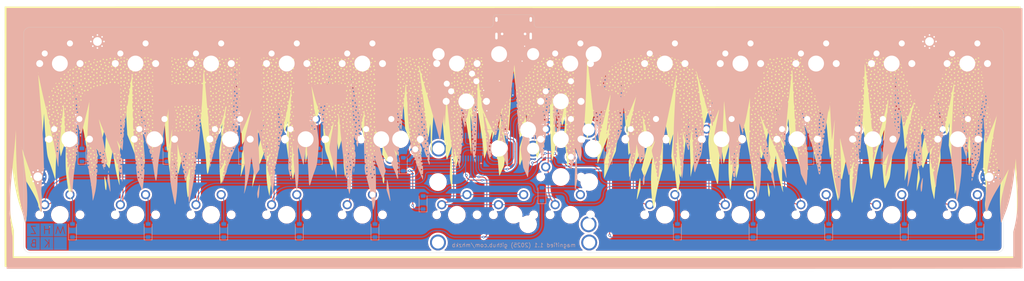
<source format=kicad_pcb>
(kicad_pcb (version 20241229) (generator "pcbnew") (generator_version "9.0")
  (layers (0 "F.Cu" signal) (2 "B.Cu" signal) (13 "F.Paste" user) (15 "B.Paste" user) (5 "F.SilkS" user "F.Silkscreen") (7 "B.SilkS" user "B.Silkscreen") (1 "F.Mask" user) (3 "B.Mask" user) (25 "Edge.Cuts" user))
  (net 0 "")
  (net 1 "ROW0")
  (net 2 "Net-(D0-A)")
  (net 3 "Net-(D1-A)")
  (net 4 "Net-(D2-A)")
  (net 5 "Net-(D3-A)")
  (net 6 "Net-(D4-A)")
  (net 7 "Net-(D5-A)")
  (net 8 "Net-(D6-A)")
  (net 9 "Net-(D7-A)")
  (net 10 "Net-(D8-A)")
  (net 11 "Net-(D9-A)")
  (net 12 "Net-(D10-A)")
  (net 13 "Net-(D11-A)")
  (net 14 "Net-(D12-A)")
  (net 15 "ROW3")
  (net 16 "Net-(D13-A)")
  (net 17 "Net-(D14-A)")
  (net 18 "Net-(D15-A)")
  (net 19 "Net-(D16-A)")
  (net 20 "Net-(D17-A)")
  (net 21 "Net-(D18-A)")
  (net 22 "Net-(D19-A)")
  (net 23 "Net-(D20-A)")
  (net 24 "Net-(D21-A)")
  (net 25 "Net-(D22-A)")
  (net 26 "Net-(D23-A)")
  (net 27 "ROW1")
  (net 28 "Net-(D24-A)")
  (net 29 "Net-(D25-A)")
  (net 30 "Net-(D26-A)")
  (net 31 "Net-(D27-A)")
  (net 32 "Net-(D28-A)")
  (net 33 "Net-(D29-A)")
  (net 34 "Net-(D30-A)")
  (net 35 "Net-(D31-A)")
  (net 36 "Net-(D32-A)")
  (net 37 "Net-(D33-A)")
  (net 38 "Net-(D34-A)")
  (net 39 "ROW4")
  (net 40 "ROW2")
  (net 41 "ROW5")
  (net 42 "COL0")
  (net 43 "COL1")
  (net 44 "COL2")
  (net 45 "COL3")
  (net 46 "COL4")
  (net 47 "COL5")
  (net 48 "GND")
  (net 49 "VCC")
  (net 50 "+3.3V")
  (net 51 "Net-(D35-A)")
  (net 52 "VBUS")
  (net 53 "PORT+")
  (net 54 "CC2")
  (net 55 "CC1")
  (net 57 "PORT-")
  (net 59 "UDP")
  (net 60 "BOOT")
  (net 61 "RST")
  (net 62 "UDM")
  (net 63 "c0")
  (net 64 "c1")
  (footprint "marbastlib-mx:SW_MX_1.5u" (layer "F.Cu") (at 116.5225 51.91125 180)
    (property "Reference" "MX16_1.5" (hide yes))
    (property "Value" "MX_SW_solder")
  )
  (footprint "marbastlib-mx:SW_MX_1u" (layer "F.Cu") (at 68.8975 32.86125)
    (property "Reference" "MX2" (hide yes))
    (property "Value" "MX_SW_solder")
  )
  (footprint "marbastlib-mx:STAB_MX_P_ISO" (layer "F.Cu") (at 157.00375 42.38625)
    (property "Reference" "S3" (hide yes))
    (property "Value" "MX_stab")
  )
  (footprint "marbastlib-mx:SW_MX_1u" (layer "F.Cu") (at 87.9475 70.96125)
    (property "Reference" "MX26" (hide yes))
    (property "Value" "MX_SW_solder")
  )
  (footprint "marbastlib-mx:SW_MX_1u" (layer "F.Cu") (at 183.1975 32.86125)
    (property "Reference" "MX7" (hide yes))
    (property "Value" "MX_SW_solder")
  )
  (footprint "MountingHole:MountingHole_2.2mm_M2_Pad_Via" (layer "F.Cu") (at 40.26 27.305)
    (property "Reference" "H0")
    (property "Value" "MountingHole_Pad")
  )
  (footprint "marbastlib-mx:SW_MX_1u" (layer "F.Cu") (at 221.2975 32.86125)
    (property "Reference" "MX9" (hide yes))
    (property "Value" "MX_SW_solder")
  )
  (footprint "marbastlib-mx:SW_MX_1u" (layer "F.Cu") (at 240.3475 32.86125)
    (property "Reference" "MX10" (hide yes))
    (property "Value" "MX_SW_solder")
  )
  (footprint "MountingHole:MountingHole_2.2mm_M2_Pad_Via" (layer "F.Cu") (at 249.8725 27.305)
    (property "Reference" "H1")
    (property "Value" "MountingHole_Pad")
  )
  (footprint "marbastlib-mx:SW_MX_1u" (layer "F.Cu") (at 216.535 51.91125)
    (property "Reference" "MX20" (hide yes))
    (property "Value" "MX_SW_solder")
  )
  (footprint "marbastlib-mx:SW_MX_1u" (layer "F.Cu") (at 87.9475 32.86125)
    (property "Reference" "MX3" (hide yes))
    (property "Value" "MX_SW_solder")
  )
  (footprint "marbastlib-mx:SW_MX_1u" (layer "F.Cu") (at 202.2475 32.86125)
    (property "Reference" "MX8" (hide yes))
    (property "Value" "MX_SW_solder")
  )
  (footprint "MountingHole:MountingHole_2.2mm_M2_Pad_Via" (layer "F.Cu") (at 264.89125 61.43625)
    (property "Reference" "H3")
    (property "Value" "MountingHole_Pad")
  )
  (footprint "marbastlib-mx:SW_MX_1u" (layer "F.Cu") (at 259.3975 32.86125)
    (property "Reference" "MX11" (hide yes))
    (property "Value" "MX_SW_solder")
  )
  (footprint "marbastlib-mx:SW_MX_1u" (layer "F.Cu") (at 68.8975 70.96125)
    (property "Reference" "MX25" (hide yes))
    (property "Value" "MX_SW_solder")
  )
  (footprint "marbastlib-mx:SW_MX_1u" (layer "F.Cu") (at 92.71 51.91125)
    (property "Reference" "MX15" (hide yes))
    (property "Value" "MX_SW_solder")
  )
  (footprint "marbastlib-mx:SW_MX_1.5u" (layer "F.Cu") (at 159.385 32.86125)
    (property "Reference" "MX6_1.5" (hide yes))
    (property "Value" "MX_SW_solder")
  )
  (footprint "marbastlib-mx:SW_MX_1u" (layer "F.Cu") (at 30.7975 32.86125)
    (property "Reference" "MX0" (hide yes))
    (property "Value" "MX_SW_solder")
  )
  (footprint "marbastlib-mx:SW_MX_1u" (layer "F.Cu") (at 235.585 51.91125)
    (property "Reference" "MX21" (hide yes))
    (property "Value" "MX_SW_solder")
  )
  (footprint "marbastlib-mx:SW_MX_1u" (layer "F.Cu") (at 259.3975 70.96125)
    (property "Reference" "MX34" (hide yes))
    (property "Value" "MX_SW_solder")
  )
  (footprint "marbastlib-mx:SW_MX_1.25u" (layer "F.Cu") (at 33.17875 51.91125)
    (property "Reference" "MX12_1.25" (hide yes))
    (property "Value" "MX_SW_solder")
  )
  (footprint "marbastlib-mx:SW_MX_1u" (layer "F.Cu") (at 221.2975 70.96125)
    (property "Reference" "MX32" (hide yes))
    (property "Value" "MX_SW_solder")
  )
  (footprint "marbastlib-mx:SW_MX_1u" (layer "F.Cu") (at 54.61 51.91125)
    (property "Reference" "MX13" (hide yes))
    (property "Value" "MX_SW_solder")
  )
  (footprint "marbastlib-mx:SW_MX_1u" (layer "F.Cu") (at 49.8475 32.86125)
    (property "Reference" "MX1" (hide yes))
    (property "Value" "MX_SW_solder")
  )
  (footprint "marbastlib-mx:SW_MX_1u" (layer "F.Cu") (at 106.9975 32.86125)
    (property "Reference" "MX4" (hide yes))
    (property "Value" "MX_SW_solder")
  )
  (footprint "marbastlib-mx:STAB_MX_P_ISO" (layer "F.Cu") (at 157.00375 61.43625 180)
    (property "Reference" "S1" (hide yes))
    (property "Value" "MX_stab")
  )
  (footprint "marbastlib-mx:SW_MX_1u" (layer "F.Cu") (at 157.00375 61.43625)
    (property "Reference" "MX17_ISO_1" (hide yes))
    (property "Value" "MX_SW_solder")
  )
  (footprint "marbastlib-mx:SW_MX_1.25u" (layer "F.Cu") (at 257.01625 51.91125)
    (property "Reference" "MX22_1.25" (hide yes))
    (property "Value" "MX_SW_solder")
  )
  (footprint "MountingHole:MountingHole_2.2mm_M2_Pad_Via" (layer "F.Cu") (at 25.24125 61.37375)
    (property "Reference" "H2")
    (property "Value" "MountingHole_Pad")
  )
  (footprint "marbastlib-mx:SW_MX_1.5u" (layer "F.Cu") (at 130.81 70.96125)
    (property "Reference" "MX28_1.5" (hide yes))
    (property "Value" "MX_SW_solder")
  )
  (footprint "marbastlib-mx:SW_MX_1u" (layer "F.Cu") (at 49.8475 70.96125)
    (property "Reference" "MX24" (hide yes))
    (property "Value" "MX_SW_solder")
  )
  (footprint "marbastlib-mx:SW_MX_1.5u" (layer "F.Cu") (at 159.385 70.96125)
    (property "Reference" "MX29_1.5" (hide yes))
    (property "Value" "MX_SW_solder")
  )
  (footprint "marbastlib-mx:STAB_MX_P_3u" (layer "F.Cu") (at 145.0975 70.96125 180)
    (property "Reference" "S2" (hide yes))
    (property "Value" "MX_stab")
  )
  (footprint "marbastlib-mx:SW_MX_1u" (layer "F.Cu") (at 157.00375 42.38625)
    (property "Reference" "MX6_R_ISO_0" (hide yes))
    (property "Value" "MX_SW_solder")
  )
  (footprint "marbastlib-mx:SW_MX_1u" (layer "F.Cu") (at 145.0975 70.96125)
    (property "Reference" "MX28_3" (hide yes))
    (property "Value" "MX_SW_solder")
  )
  (footprint "marbastlib-mx:SW_MX_1u" (layer "F.Cu") (at 133.19125 42.38625)
    (property "Reference" "MX5_ISO_0" (hide yes))
    (property "Value" "MX_SW_solder")
  )
  (footprint "marbastlib-mx:SW_MX_1u" (layer "F.Cu") (at 106.9975 70.96125)
    (property "Reference" "MX27" (hide yes))
    (property "Value" "MX_SW_solder")
  )
  (footprint "marbastlib-mx:STAB_MX_P_ISO" (layer "F.Cu") (at 133.19125 42.38625)
    (property "Reference" "S0" (hide yes))
    (property "Value" "MX_stab")
  )
  (footprint "marbastlib-mx:SW_MX_1u" (layer "F.Cu") (at 183.1975 70.96125)
    (property "Reference" "MX30" (hide yes))
    (property "Value" "MX_SW_solder")
  )
  (footprint "marbastlib-mx:SW_MX_1u" (layer "F.Cu") (at 202.2475 70.96125)
    (property "Reference" "MX31" (hide yes))
    (property "Value" "MX_SW_solder")
  )
  (footprint "marbastlib-mx:SW_MX_1u" (layer "F.Cu") (at 73.66 51.91125)
    (property "Reference" "MX14" (hide yes))
    (property "Value" "MX_SW_solder")
  )
  (footprint "marbastlib-mx:SW_MX_1u" (layer "F.Cu") (at 240.3475 70.96125)
    (property "Reference" "MX33" (hide yes))
    (property "Value" "MX_SW_solder")
  )
  (footprint "marbastlib-mx:SW_MX_1u" (layer "F.Cu") (at 111.76 51.91125)
    (property "Reference" "MX16" (hide yes))
    (property "Value" "MX_SW_solder")
  )
  (footprint "marbastlib-mx:SW_MX_1u" (layer "F.Cu") (at 30.7975 70.96125)
    (property "Reference" "MX23" (hide yes))
    (property "Value" "MX_SW_solder")
  )
  (footprint "marbastlib-mx:SW_MX_1u" (layer "F.Cu") (at 178.435 51.91125)
    (property "Reference" "MX18" (hide yes))
    (property "Value" "MX_SW_solder")
  )
  (footprint "marbastlib-mx:SW_MX_1.25u" (layer "F.Cu") (at 157.00375 51.91125)
    (property "Reference" "MX17_1.25" (hide yes))
    (property "Value" "MX_SW_solder")
  )
  (footprint "marbastlib-mx:SW_MX_1u" (layer "F.Cu") (at 197.485 51.91125)
    (property "Reference" "MX19" (hide yes))
    (property "Value" "MX_SW_solder")
  )
  (footprint "marbastlib-mx:SW_MX_1.5u" (layer "F.Cu") (at 130.81 32.86125 180)
    (property "Reference" "MX5_1.5" (hide yes))
    (property "Value" "MX_SW_solder")
  )
  (footprint "LOGO" (layer "F.Cu") (at 144.700625 50.720625)
    (property "Reference" "G***" (hide yes))
    (property "Value" "LOGO" (hide yes))
  )
  (footprint "Diode_SMD:D_SOD-123" (layer "B.Cu") (at 262.5725 74.93 90)
    (property "Reference" "D34")
    (property "Value" "D_Small")
  )
  (footprint "Diode_SMD:D_SOD-123" (layer "B.Cu") (at 186.3725 74.93 90)
    (property "Reference" "D30")
    (property "Value" "D_Small")
  )
  (footprint "Diode_SMD:D_SOD-123" (layer "B.Cu") (at 72.0725 36.83 90)
    (property "Reference" "D2")
    (property "Value" "D_Small")
  )
  (footprint "Diode_SMD:D_SOD-123" (layer "B.Cu") (at 53.0225 74.93 90)
    (property "Reference" "D24")
    (property "Value" "D_Small")
  )
  (footprint "LOGO" (layer "B.Cu") (at 145.494375 51.1175 180)
    (property "Reference" "G***" (hide yes))
    (property "Value" "LOGO" (hide yes))
  )
  (footprint "Diode_SMD:D_SOD-123" (layer "B.Cu") (at 238.76 55.88 90)
    (property "Reference" "D21")
    (property "Value" "D_Small")
  )
  (footprint "Diode_SMD:D_SOD-123" (layer "B.Cu") (at 33.9725 74.93 90)
    (property "Reference" "D23")
    (property "Value" "D_Small")
  )
  (footprint "graphics:mhz-logo-tiny-cu" (layer "B.Cu") (at 28.1975 75.782774 180)
    (property "Reference" "G***" (hide yes))
    (property "Value" "LOGO" (hide yes))
  )
  (footprint "Diode_SMD:D_SOD-123" (layer "B.Cu") (at 33.9725 36.83 90)
    (property "Reference" "D0")
    (property "Value" "D_Small")
  )
  (footprint "Diode_SMD:D_SOD-123" (layer "B.Cu") (at 91.1225 74.93 90)
    (property "Reference" "D26")
    (property "Value" "D_Small")
  )
  (footprint "Diode_SMD:D_SOD-123" (layer "B.Cu") (at 124.46 36.83 90)
    (property "Reference" "D5")
    (property "Value" "D_Small")
  )
  (footprint "Diode_SMD:D_SOD-123" (layer "B.Cu") (at 205.4225 36.83 90)
    (property "Reference" "D8")
    (property "Value" "D_Small")
  )
  (footprint "Resistor_SMD:R_0603_1608Metric" (layer "B.Cu") (at 146.685 30.25 -90)
    (property "Reference" "R2")
    (property "Value" "5.1k")
  )
  (footprint "Diode_SMD:D_SOD-123" (layer "B.Cu") (at 110.1725 36.83 90)
    (property "Reference" "D4")
    (property "Value" "D_Small")
  )
  (footprint "Button_Switch_SMD:SW_Push_SPST_NO_Alps_SKRK" (layer "B.Cu") (at 139.938125 47.9425 180)
    (property "Reference" "SW0")
    (property "Value" "BOOT")
  )
  (footprint "Diode_SMD:D_SOD-123" (layer "B.Cu") (at 224.4725 74.93 90)
    (property "Reference" "D32")
    (property "Value" "D_Small")
  )
  (footprint "Diode_SMD:D_SOD-123" (layer "B.Cu") (at 219.71 55.88 90)
    (property "Reference" "D20")
    (property "Value" "D_Small")
  )
  (footprint "Diode_SMD:D_SOD-123" (layer "B.Cu") (at 91.1225 36.83 90)
    (property "Reference" "D3")
    (property "Value" "D_Small")
  )
  (footprint "Capacitor_SMD:C_0603_1608Metric" (layer "B.Cu") (at 139.54125 37.703125)
    (property "Reference" "C0")
    (property "Value" "100nF")
  )
  (footprint "Diode_SMD:D_SOD-123" (layer "B.Cu") (at 76.835 55.88 90)
    (property "Reference" "D14")
    (property "Value" "D_Small")
  )
  (footprint "Diode_SMD:D_SOD-123" (layer "B.Cu") (at 262.5725 36.8925 90)
    (property "Reference" "D11")
    (property "Value" "D_Small")
  )
  (footprint "Diode_SMD:D_SOD-123" (layer "B.Cu") (at 117.31625 58.26125 90)
    (property "Reference" "D16")
    (property "Value" "D_Small")
  )
  (footprint "Diode_SMD:D_SOD-123" (layer "B.Cu") (at 152.24125 65.801875 90)
    (property "Reference" "D29")
    (property "Value" "D_Small")
  )
  (footprint "Diode_SMD:D_SOD-123" (layer "B.Cu") (at 168.91 55.8175 90)
    (property "Reference" "D17")
    (property "Value" "D_Small")
  )
  (footprint "Diode_SMD:D_SOD-123" (layer "B.Cu") (at 224.4725 36.83 90)
    (property "Reference" "D9")
    (property "Value" "D_Small")
  )
  (footprint "Capacitor_SMD:C_0603_1608Metric" (layer "B.Cu") (at 139.54125 39.290625 180)
    (property "Reference" "C1")
    (property "Value" "100nF")
  )
  (footprint "Diode_SMD:D_SOD-123" (layer "B.Cu") (at 260.19125 55.88 90)
    (property "Reference" "D22")
    (property "Value" "D_Small")
  )
  (footprint "Diode_SMD:D_SOD-123" (layer "B.Cu") (at 200.66 55.88 90)
    (property "Reference" "D19")
    (property "Value" "D_Small")
  )
  (footprint "Diode_SMD:D_SOD-123" (layer "B.Cu") (at 57.785 55.88 90)
    (property "Reference" "D13")
    (property "Value" "D_Small")
  )
  (footprint "Diode_SMD:D_SOD-123" (layer "B.Cu") (at 36.35375 55.88 90)
    (property "Reference" "D12")
    (property "Value" "D_Small")
  )
  (footprint "Diode_SMD:D_SOD-123" (layer "B.Cu") (at 186.3725 36.83 90)
    (property "Reference" "D7")
    (property "Value" "D_Small")
  )
  (footprint "Resistor_SMD:R_0603_1608Metric" (layer "B.Cu") (at 141.525625 44.7675)
    (property "Reference" "R0")
    (property "Value" "10k")
  )
  (footprint "Diode_SMD:D_SOD-123" (layer "B.Cu") (at 205.4225 74.93 90)
    (property "Reference" "D31")
    (property "Value" "D_Small")
  )
  (footprint "Diode_SMD:D_SOD-123" (layer "B.Cu") (at 243.5225 36.8925 90)
    (property "Reference" "D10")
    (property "Value" "D_Small")
  )
  (footprint "Diode_SMD:D_SOD-123" (layer "B.Cu") (at 110.1725 74.93 90)
    (property "Reference" "D27")
    (property "Value" "D_Small")
  )
  (footprint "Package_TO_SOT_SMD:SOT-23-6" (layer "B.Cu") (at 144.941251 37.17375 90)
    (property "Reference" "U0")
    (property "Value" "USBLC6-2SC6")
  )
  (footprint "Diode_SMD:D_SOD-123" (layer "B.Cu") (at 122.2975 67.86125 90)
    (property "Reference" "D28")
    (property "Value" "D_Small")
  )
  (footprint "Package_SO:TSSOP-20_4.4x6.5mm_P0.65mm" (layer "B.Cu") (at 133.985 53.895625 90)
    (property "Reference" "U1")
    (property "Value" "~")
  )
  (footprint "Connector_USB:USB_C_Receptacle_HRO_TYPE-C-31-M-12" (layer "B.Cu") (at 145.0975 22.79875)
    (property "Reference" "J0")
    (property "Value" "USB_C_Receptacle_USB2.0")
  )
  (footprint "Resistor_SMD:R_0603_1608Metric" (layer "B.Cu") (at 144.5 30.25 -90)
    (property "Reference" "R1")
    (property "Value" "5.1k")
  )
  (footprint "Diode_SMD:D_SOD-123" (layer "B.Cu") (at 243.5225 74.93 90)
    (property "Reference" "D33")
    (property "Value" "D_Small")
  )
  (footprint "Diode_SMD:D_SOD-123" (layer "B.Cu") (at 95.885 55.88 90)
    (property "Reference" "D15")
    (property "Value" "D_Small")
  )
  (footprint "Fuse:Fuse_0603_1608Metric" (layer "B.Cu") (at 139.54125 33.734375)
    (property "Reference" "F0")
    (property "Value" "500mA")
  )
  (footprint "Diode_SMD:D_SOD-323_HandSoldering" (layer "B.Cu") (at 139.640625 35.639375 180)
    (property "Reference" "D35")
    (property "Value" "PMEG2010EA")
  )
  (footprint "Diode_SMD:D_SOD-123" (layer "B.Cu") (at 53.0225 36.83 90)
    (property "Reference" "D1")
    (property "Value" "D_Small")
  )
  (footprint "Diode_SMD:D_SOD-123" (layer "B.Cu") (at 168.11625 36.83 90)
    (property "Reference" "D6")
    (property "Value" "D_Small")
  )
  (footprint "Diode_SMD:D_SOD-123" (layer "B.Cu") (at 72.0725 74.93 90)
    (property "Reference" "D25")
    (property "Value" "D_Small")
  )
  (footprint "Diode_SMD:D_SOD-123" (layer "B.Cu") (at 181.61 55.88 90)
    (property "Reference" "D18")
    (property "Value" "D_Small")
  )
  (gr_line (start 268.52566 25.320625) (end 268.525625 78.89875) (stroke (width 0.05)) (layer "Edge.Cuts"))
  (gr_arc (start 266.93816 23.733125) (mid 268.06066 24.198111) (end 268.52566 25.320625) (stroke (width 0.05)) (layer "Edge.Cuts"))
  (gr_line (start 150.256875 22.939375) (end 150.256875 21.351875) (stroke (width 0.05)) (layer "Edge.Cuts"))
  (gr_line (start 21.669375 78.89875) (end 21.669375 25.320625) (stroke (width 0.05)) (layer "Edge.Cuts"))
  (gr_arc (start 21.669375 25.320625) (mid 22.134343 24.198093) (end 23.256875 23.733125) (stroke (width 0.05)) (layer "Edge.Cuts"))
  (gr_line (start 139.938125 21.351875) (end 139.938125 22.939375) (stroke (width 0.05)) (layer "Edge.Cuts"))
  (gr_arc (start 151.050625 23.733125) (mid 150.489359 23.500641) (end 150.256875 22.939375) (stroke (width 0.05)) (layer "Edge.Cuts"))
  (gr_arc (start 139.938125 22.939375) (mid 139.705641 23.500641) (end 139.144375 23.733125) (stroke (width 0.05)) (layer "Edge.Cuts"))
  (gr_line (start 151.050625 23.733125) (end 266.93816 23.733125) (stroke (width 0.05)) (layer "Edge.Cuts"))
  (gr_line (start 266.938125 80.48625) (end 23.256875 80.48625) (stroke (width 0.05)) (layer "Edge.Cuts"))
  (gr_arc (start 23.256875 80.48625) (mid 22.134343 80.021282) (end 21.669375 78.89875) (stroke (width 0.05)) (layer "Edge.Cuts"))
  (gr_line (start 149.463125 20.558125) (end 140.731875 20.558125) (stroke (width 0.05)) (layer "Edge.Cuts"))
  (gr_line (start 139.144375 23.733125) (end 23.256875 23.733125) (stroke (width 0.05)) (layer "Edge.Cuts"))
  (gr_arc (start 149.463125 20.558125) (mid 150.024391 20.790609) (end 150.256875 21.351875) (stroke (width 0.05)) (layer "Edge.Cuts"))
  (gr_arc (start 139.938125 21.351875) (mid 140.170609 20.790609) (end 140.731875 20.558125) (stroke (width 0.05)) (layer "Edge.Cuts"))
  (gr_arc (start 268.525625 78.89875) (mid 268.06066 80.0213) (end 266.938125 80.48625) (stroke (width 0.05)) (layer "Edge.Cuts"))
  (gr_text "magnified 1.1 (2025) github.com/mhzkb" (at 160.7975 79.2 0) (layer "B.SilkS") (effects (font (size 1 1) (thickness 0.1)) (justify left bottom mirror)))
  (segment (start 125.650625 45.958125) (end 130.413125 45.958125) (width 0.2) (layer "B.Cu") (net 1))
  (segment (start 124.46 38.48) (end 124.46 44.7675) (width 0.2) (layer "B.Cu") (net 1))
  (segment (start 131.71 47.255) (end 131.71 51.033125) (width 0.2) (layer "B.Cu") (net 1))
  (segment (start 124.46 38.48) (end 110.1725 38.48) (width 0.2) (layer "B.Cu") (net 1))
  (segment (start 33.9725 38.48) (end 110.1725 38.48) (width 0.2) (layer "B.Cu") (net 1))
  (arc (start 124.46 44.7675) (mid 124.808726 45.609399) (end 125.650625 45.958125) (width 0.2) (layer "B.Cu") (net 1))
  (arc (start 130.413125 45.958125) (mid 131.330154 46.337971) (end 131.71 47.255) (width 0.2) (layer "B.Cu") (net 1))
  (segment (start 33.9725 35.18) (end 33.9725 28.41625) (width 0.2) (layer "B.Cu") (net 2))
  (arc (start 33.9725 28.41625) (mid 33.786513 27.967237) (end 33.3375 27.78125) (width 0.2) (layer "B.Cu") (net 2))
  (segment (start 53.0225 35.18) (end 53.0225 28.41625) (width 0.2) (layer "B.Cu") (net 3))
  (arc (start 53.0225 28.41625) (mid 52.836513 27.967237) (end 52.3875 27.78125) (width 0.2) (layer "B.Cu") (net 3))
  (segment (start 72.0725 35.18) (end 72.0725 28.41625) (width 0.2) (layer "B.Cu") (net 4))
  (arc (start 72.0725 28.41625) (mid 71.886513 27.967237) (end 71.4375 27.78125) (width 0.2) (layer "B.Cu") (net 4))
  (segment (start 91.1225 35.18) (end 91.1225 28.41625) (width 0.2) (layer "B.Cu") (net 5))
  (arc (start 91.1225 28.41625) (mid 90.936513 27.967237) (end 90.4875 27.78125) (width 0.2) (layer "B.Cu") (net 5))
  (segment (start 110.1725 35.18) (end 110.1725 28.41625) (width 0.2) (layer "B.Cu") (net 6))
  (arc (start 110.1725 28.41625) (mid 109.986513 27.967237) (end 109.5375 27.78125) (width 0.2) (layer "B.Cu") (net 6))
  (segment (start 134.62 35.40125) (end 135.169983 35.951233) (width 0.2) (layer "B.Cu") (net 7))
  (segment (start 125.31625 36.03625) (end 133.985 36.03625) (width 0.2) (layer "B.Cu") (net 7))
  (arc (start 133.985 36.03625) (mid 134.434013 35.850263) (end 134.62 35.40125) (width 0.2) (layer "B.Cu") (net 7))
  (arc (start 124.46 35.18) (mid 124.71079 35.78546) (end 125.31625 36.03625) (width 0.2) (layer "B.Cu") (net 7))
  (arc (start 135.169983 35.951233) (mid 135.585381 36.57292) (end 135.73125 37.30625) (width 0.2) (layer "B.Cu") (net 7))
  (segment (start 165.99 37.30625) (end 159.54375 37.30625) (width 0.2) (layer "B.Cu") (net 8))
  (segment (start 162.163125 32.86125) (end 162.163125 28.019375) (width 0.2) (layer "B.Cu") (net 8))
  (segment (start 168.11625 35.18) (end 164.481875 35.18) (width 0.2) (layer "B.Cu") (net 8))
  (arc (start 164.481875 35.18) (mid 162.842271 34.500854) (end 162.163125 32.86125) (width 0.2) (layer "B.Cu") (net 8))
  (arc (start 168.11625 35.18) (mid 167.493486 36.683486) (end 165.99 37.30625) (width 0.2) (layer "B.Cu") (net 8))
  (arc (start 162.163125 28.019375) (mid 162.09338 27.850995) (end 161.925 27.78125) (width 0.2) (layer "B.Cu") (net 8))
  (segment (start 186.3725 35.18) (end 186.3725 28.41625) (width 0.2) (layer "B.Cu") (net 9))
  (arc (start 186.3725 28.41625) (mid 186.186513 27.967237) (end 185.7375 27.78125) (width 0.2) (layer "B.Cu") (net 9))
  (segment (start 205.4225 35.18) (end 205.4225 28.41625) (width 0.2) (layer "B.Cu") (net 10))
  (arc (start 205.4225 28.41625) (mid 205.236513 27.967237) (end 204.7875 27.78125) (width 0.2) (layer "B.Cu") (net 10))
  (segment (start 224.4725 35.18) (end 224.4725 28.41625) (width 0.2) (layer "B.Cu") (net 11))
  (arc (start 224.4725 28.41625) (mid 224.286513 27.967237) (end 223.8375 27.78125) (width 0.2) (layer "B.Cu") (net 11))
  (segment (start 243.5225 35.2425) (end 243.5225 28.41625) (width 0.2) (layer "B.Cu") (net 12))
  (arc (start 243.5225 28.41625) (mid 243.336513 27.967237) (end 242.8875 27.78125) (width 0.2) (layer "B.Cu") (net 12))
  (segment (start 262.5725 35.2425) (end 262.5725 28.41625) (width 0.2) (layer "B.Cu") (net 13))
  (arc (start 262.5725 28.41625) (mid 262.386513 27.967237) (end 261.9375 27.78125) (width 0.2) (layer "B.Cu") (net 13))
  (segment (start 36.35375 54.23) (end 36.35375 47.46625) (width 0.2) (layer "B.Cu") (net 14))
  (arc (start 36.35375 47.46625) (mid 36.167763 47.017237) (end 35.71875 46.83125) (width 0.2) (layer "B.Cu") (net 14))
  (segment (start 145.494375 55.08625) (end 145.494375 57.4675) (width 0.2) (layer "F.Cu") (net 15))
  (segment (start 145.494375 53.101875) (end 145.494375 55.08625) (width 0.2) (layer "F.Cu") (net 15))
  (segment (start 143.51 50.32375) (end 143.51 51.1175) (width 0.2) (layer "F.Cu") (net 15))
  (via (at 143.51 59.451875) (size 0.6) (drill 0.3) (layers "F.Cu" "B.Cu") (net 15))
  (via (at 143.51 50.32375) (size 0.6) (drill 0.3) (layers "F.Cu" "B.Cu") (net 15))
  (arc (start 144.30375 51.91125) (mid 145.145649 52.259976) (end 145.494375 53.101875) (width 0.2) (layer "F.Cu") (net 15))
  (arc (start 145.494375 57.4675) (mid 144.913165 58.870665) (end 143.51 59.451875) (width 0.2) (layer "F.Cu") (net 15))
  (arc (start 143.51 51.1175) (mid 143.742484 51.678766) (end 144.30375 51.91125) (width 0.2) (layer "F.Cu") (net 15))
  (segment (start 157.236234 38.4175) (end 156.606875 38.4175) (width 0.2) (layer "B.Cu") (net 15))
  (segment (start 143.51 59.451875) (end 137.556875 59.451875) (width 0.2) (layer "B.Cu") (net 15))
  (segment (start 147.875625 44.370625) (end 146.685 44.370625) (width 0.2) (layer "B.Cu") (net 15))
  (segment (start 153.431875 36.03625) (end 151.844375 36.03625) (width 0.2) (layer "B.Cu") (net 15))
  (segment (start 136.91 58.805) (end 136.91 56.758125) (width 0.2) (layer "B.Cu") (net 15))
  (segment (start 159.385 39.21125) (end 159.152516 39.21125) (width 0.2) (layer "B.Cu") (net 15))
  (segment (start 186.3725 38.48) (end 262.51 38.48) (width 0.2) (layer "B.Cu") (net 15))
  (segment (start 154.225625 36.03625) (end 153.431875 36.03625) (width 0.2) (layer "B.Cu") (net 15))
  (segment (start 143.51 47.545625) (end 143.51 50.32375) (width 0.2) (layer "B.Cu") (net 15))
  (segment (start 149.06625 38.814375) (end 149.06625 43.18) (width 0.2) (layer "B.Cu") (net 15))
  (segment (start 167.385 39.21125) (end 159.385 39.21125) (width 0.2) (layer "B.Cu") (net 15))
  (segment (start 168.11625 38.48) (end 186.3725 38.48) (width 0.2) (layer "B.Cu") (net 15))
  (arc (start 156.606875 38.4175) (mid 156.045609 38.185016) (end 155.813125 37.62375) (width 0.2) (layer "B.Cu") (net 15))
  (arc (start 149.06625 43.18) (mid 148.717524 44.021899) (end 147.875625 44.370625) (width 0.2) (layer "B.Cu") (net 15))
  (arc (start 158.194375 38.814375) (mid 157.754776 38.520644) (end 157.236234 38.4175) (width 0.2) (layer "B.Cu") (net 15))
  (arc (start 262.51 38.48) (mid 262.554194 38.498306) (end 262.5725 38.5425) (width 0.2) (layer "B.Cu") (net 15))
  (arc (start 151.844375 36.03625) (mid 149.879944 36.849944) (end 149.06625 38.814375) (width 0.2) (layer "B.Cu") (net 15))
  (arc (start 159.152516 39.21125) (mid 158.633974 39.108106) (end 158.194375 38.814375) (width 0.2) (layer "B.Cu") (net 15))
  (arc (start 146.685 44.370625) (mid 144.439936 45.300561) (end 143.51 47.545625) (width 0.2) (layer "B.Cu") (net 15))
  (arc (start 155.813125 37.62375) (mid 155.348157 36.501218) (end 154.225625 36.03625) (width 0.2) (layer "B.Cu") (net 15))
  (arc (start 137.556875 59.451875) (mid 137.099465 59.26241) (end 136.91 58.805) (width 0.2) (layer "B.Cu") (net 15))
  (arc (start 168.11625 38.48) (mid 167.902072 38.997072) (end 167.385 39.21125) (width 0.2) (layer "B.Cu") (net 15))
  (segment (start 57.785 54.23) (end 57.785 47.46625) (width 0.2) (layer "B.Cu") (net 16))
  (arc (start 57.785 47.46625) (mid 57.599013 47.017237) (end 57.15 46.83125) (width 0.2) (layer "B.Cu") (net 16))
  (segment (start 76.835 54.23) (end 76.835 47.46625) (width 0.2) (layer "B.Cu") (net 17))
  (arc (start 76.835 47.46625) (mid 76.649013 47.017237) (end 76.2 46.83125) (width 0.2) (layer "B.Cu") (net 17))
  (segment (start 95.885 54.23) (end 95.885 47.46625) (width 0.2) (layer "B.Cu") (net 18))
  (arc (start 95.885 47.46625) (mid 95.699013 47.017237) (end 95.25 46.83125) (width 0.2) (layer "B.Cu") (net 18))
  (segment (start 119.6975 52.22875) (end 119.6975 53.81625) (width 0.2) (layer "B.Cu") (net 19))
  (segment (start 117.31625 56.61125) (end 117.37875 56.61125) (width 0.2) (layer "B.Cu") (net 19))
  (segment (start 119.53875 54.45125) (end 120.3325 54.45125) (width 0.2) (layer "B.Cu") (net 19))
  (arc (start 118.90375 55.08625) (mid 119.089737 54.637237) (end 119.53875 54.45125) (width 0.2) (layer "B.Cu") (net 19))
  (arc (start 114.3 46.83125) (mid 118.116609 48.412141) (end 119.6975 52.22875) (width 0.2) (layer "B.Cu") (net 19))
  (arc (start 117.37875 56.61125) (mid 118.457088 56.164588) (end 118.90375 55.08625) (width 0.2) (layer "B.Cu") (net 19))
  (arc (start 119.6975 53.81625) (mid 119.883487 54.265263) (end 120.3325 54.45125) (width 0.2) (layer "B.Cu") (net 19))
  (arc (start 114.935 47.46625) (mid 114.749013 47.017237) (end 114.3 46.83125) (width 0.2) (layer "B.Cu") (net 19))
  (segment (start 159.781875 56.118125) (end 159.781875 47.069375) (width 0.2) (layer "F.Cu") (net 20))
  (arc (start 159.781875 47.069375) (mid 159.71213 46.900995) (end 159.54375 46.83125) (width 0.2) (layer "F.Cu") (net 20))
  (arc (start 159.54375 56.35625) (mid 159.71213 56.286505) (end 159.781875 56.118125) (width 0.2) (layer "F.Cu") (net 20))
  (segment (start 159.54375 46.83125) (end 165.814375 46.83125) (width 0.2) (layer "B.Cu") (net 20))
  (segment (start 168.91 49.926875) (end 168.91 54.1675) (width 0.2) (layer "B.Cu") (net 20))
  (arc (start 165.814375 46.83125) (mid 168.003312 47.737938) (end 168.91 49.926875) (width 0.2) (layer "B.Cu") (net 20))
  (segment (start 181.61 54.23) (end 181.61 47.46625) (width 0.2) (layer "B.Cu") (net 21))
  (arc (start 181.61 47.46625) (mid 181.424013 47.017237) (end 180.975 46.83125) (width 0.2) (layer "B.Cu") (net 21))
  (segment (start 200.66 54.23) (end 200.66 47.46625) (width 0.2) (layer "B.Cu") (net 22))
  (arc (start 200.66 47.46625) (mid 200.474013 47.017237) (end 200.025 46.83125) (width 0.2) (layer "B.Cu") (net 22))
  (segment (start 219.71 54.23) (end 219.71 47.46625) (width 0.2) (layer "B.Cu") (net 23))
  (arc (start 219.71 47.46625) (mid 219.524013 47.017237) (end 219.075 46.83125) (width 0.2) (layer "B.Cu") (net 23))
  (segment (start 238.76 54.23) (end 238.76 47.46625) (width 0.2) (layer "B.Cu") (net 24))
  (arc (start 238.76 47.46625) (mid 238.574013 47.017237) (end 238.125 46.83125) (width 0.2) (layer "B.Cu") (net 24))
  (segment (start 260.19125 54.23) (end 260.19125 47.46625) (width 0.2) (layer "B.Cu") (net 25))
  (arc (start 260.19125 47.46625) (mid 260.005263 47.017237) (end 259.55625 46.83125) (width 0.2) (layer "B.Cu") (net 25))
  (segment (start 33.9725 73.28) (end 33.9725 66.51625) (width 0.2) (layer "B.Cu") (net 26))
  (arc (start 33.9725 66.51625) (mid 33.786513 66.067237) (end 33.3375 65.88125) (width 0.2) (layer "B.Cu") (net 26))
  (segment (start 119.6975 60.6425) (end 119.6975 68.58) (width 0.2) (layer "F.Cu") (net 27))
  (via (at 119.6975 68.58) (size 0.6) (drill 0.3) (layers "F.Cu" "B.Cu") (net 27))
  (via (at 118.90375 59.84875) (size 0.6) (drill 0.3) (layers "F.Cu" "B.Cu") (net 27))
  (arc (start 118.90375 59.84875) (mid 119.465016 60.081234) (end 119.6975 60.6425) (width 0.2) (layer "F.Cu") (net 27))
  (segment (start 120.62875 69.51125) (end 122.2975 69.51125) (width 0.2) (layer "B.Cu") (net 27))
  (segment (start 113.82717 59.91125) (end 117.31625 59.91125) (width 0.2) (layer "B.Cu") (net 27))
  (segment (start 108.078325 57.53) (end 95.885 57.53) (width 0.2) (layer "B.Cu") (net 27))
  (segment (start 118.90375 59.84875) (end 119.6975 59.84875) (width 0.2) (layer "B.Cu") (net 27))
  (segment (start 117.31625 59.91125) (end 118.84125 59.91125) (width 0.2) (layer "B.Cu") (net 27))
  (segment (start 36.35375 57.53) (end 95.885 57.53) (width 0.2) (layer "B.Cu") (net 27))
  (segment (start 121.681875 57.864375) (end 129.95375 57.864375) (width 0.2) (layer "B.Cu") (net 27))
  (arc (start 119.6975 68.58) (mid 119.970257 69.238493) (end 120.62875 69.51125) (width 0.2) (layer "B.Cu") (net 27))
  (arc (start 119.6975 59.84875) (mid 120.258766 59.616266) (end 120.49125 59.055) (width 0.2) (layer "B.Cu") (net 27))
  (arc (start 120.49125 59.055) (mid 120.839976 58.213101) (end 121.681875 57.864375) (width 0.2) (layer "B.Cu") (net 27))
  (arc (start 111.76 59.055) (mid 110.070833 57.926334) (end 108.078325 57.53) (width 0.2) (layer "B.Cu") (net 27))
  (arc (start 118.84125 59.91125) (mid 118.885444 59.892944) (end 118.90375 59.84875) (width 0.2) (layer "B.Cu") (net 27))
  (arc (start 129.95375 57.864375) (mid 130.735987 57.540362) (end 131.06 56.758125) (width 0.2) (layer "B.Cu") (net 27))
  (arc (start 113.82717 59.91125) (mid 112.708426 59.688718) (end 111.76 59.055) (width 0.2) (layer "B.Cu") (net 27))
  (segment (start 53.0225 73.28) (end 53.0225 66.51625) (width 0.2) (layer "B.Cu") (net 28))
  (arc (start 53.0225 66.51625) (mid 52.836513 66.067237) (end 52.3875 65.88125) (width 0.2) (layer "B.Cu") (net 28))
  (segment (start 72.0725 73.28) (end 72.0725 66.51625) (width 0.2) (layer "B.Cu") (net 29))
  (arc (start 72.0725 66.51625) (mid 71.886513 66.067237) (end 71.4375 65.88125) (width 0.2) (layer "B.Cu") (net 29))
  (segment (start 91.1225 73.28) (end 91.1225 66.51625) (width 0.2) (layer "B.Cu") (net 30))
  (arc (start 91.1225 66.51625) (mid 90.936513 66.067237) (end 90.4875 65.88125) (width 0.2) (layer "B.Cu") (net 30))
  (segment (start 110.1725 73.28) (end 110.1725 66.51625) (width 0.2) (layer "B.Cu") (net 31))
  (arc (start 110.1725 66.51625) (mid 109.986513 66.067237) (end 109.5375 65.88125) (width 0.2) (layer "B.Cu") (net 31))
  (segment (start 122.2975 66.21125) (end 133.02 66.21125) (width 0.2) (layer "B.Cu") (net 32))
  (segment (start 133.35 65.88125) (end 147.6375 65.88125) (width 0.2) (layer "B.Cu") (net 32))
  (arc (start 133.02 66.21125) (mid 133.253345 66.114595) (end 133.35 65.88125) (width 0.2) (layer "B.Cu") (net 32))
  (segment (start 160.195625 64.151875) (end 152.24125 64.151875) (width 0.2) (layer "B.Cu") (net 33))
  (arc (start 161.925 65.88125) (mid 161.418478 64.658397) (end 160.195625 64.151875) (width 0.2) (layer "B.Cu") (net 33))
  (arc (start 161.44875 65.405) (mid 161.78551 65.54449) (end 161.925 65.88125) (width 0.2) (layer "B.Cu") (net 33))
  (segment (start 186.3725 73.28) (end 186.3725 66.51625) (width 0.2) (layer "B.Cu") (net 34))
  (arc (start 186.3725 66.51625) (mid 186.186513 66.067237) (end 185.7375 65.88125) (width 0.2) (layer "B.Cu") (net 34))
  (segment (start 205.4225 73.28) (end 205.4225 66.51625) (width 0.2) (layer "B.Cu") (net 35))
  (arc (start 205.4225 66.51625) (mid 205.236513 66.067237) (end 204.7875 65.88125) (width 0.2) (layer "B.Cu") (net 35))
  (segment (start 224.4725 73.28) (end 224.4725 66.51625) (width 0.2) (layer "B.Cu") (net 36))
  (arc (start 224.4725 66.51625) (mid 224.286513 66.067237) (end 223.8375 65.88125) (width 0.2) (layer "B.Cu") (net 36))
  (segment (start 243.5225 73.28) (end 243.5225 66.51625) (width 0.2) (layer "B.Cu") (net 37))
  (arc (start 243.5225 66.51625) (mid 243.336513 66.067237) (end 242.8875 65.88125) (width 0.2) (layer "B.Cu") (net 37))
  (segment (start 262.5725 73.28) (end 262.5725 66.51625) (width 0.2) (layer "B.Cu") (net 38))
  (arc (start 262.5725 66.51625) (mid 262.386513 66.067237) (end 261.9375 65.88125) (width 0.2) (layer "B.Cu") (net 38))
  (segment (start 168.91 57.4675) (end 164.1475 57.4675) (width 0.2) (layer "B.Cu") (net 39))
  (segment (start 260.19125 57.53) (end 180.81625 57.53) (width 0.2) (layer "B.Cu") (net 39))
  (segment (start 157.7975 48.73625) (end 157.00375 48.73625) (width 0.2) (layer "B.Cu") (net 39))
  (segment (start 162.163125 55.483125) (end 162.163125 55.08625) (width 0.2) (layer "B.Cu") (net 39))
  (segment (start 136.26 58.94875) (end 136.26 56.758125) (width 0.2) (layer "B.Cu") (net 39))
  (segment (start 143.113125 60.245625) (end 137.556875 60.245625) (width 0.2) (layer "B.Cu") (net 39))
  (segment (start 145.89125 48.73625) (end 145.89125 57.4675) (width 0.2) (layer "B.Cu") (net 39))
  (segment (start 168.91 57.4675) (end 180.665362 57.4675) (width 0.2) (layer "B.Cu") (net 39))
  (segment (start 155.019375 46.751875) (end 147.875625 46.751875) (width 0.2) (layer "B.Cu") (net 39))
  (segment (start 160.17875 53.101875) (end 160.17875 51.1175) (width 0.2) (layer "B.Cu") (net 39))
  (arc (start 160.9725 53.895625) (mid 160.411234 53.663141) (end 160.17875 53.101875) (width 0.2) (layer "B.Cu") (net 39))
  (arc (start 157.00375 48.73625) (mid 156.161851 48.387524) (end 155.813125 47.545625) (width 0.2) (layer "B.Cu") (net 39))
  (arc (start 137.556875 60.245625) (mid 136.639846 59.865779) (end 136.26 58.94875) (width 0.2) (layer "B.Cu") (net 39))
  (arc (start 160.17875 51.1175) (mid 159.481298 49.433702) (end 157.7975 48.73625) (width 0.2) (layer "B.Cu") (net 39))
  (arc (start 155.813125 47.545625) (mid 155.580641 46.984359) (end 155.019375 46.751875) (width 0.2) (layer "B.Cu") (net 39))
  (arc (start 164.1475 57.4675) (mid 162.744335 56.88629) (end 162.163125 55.483125) (width 0.2) (layer "B.Cu") (net 39))
  (arc (start 147.875625 46.751875) (mid 146.47246 47.333085) (end 145.89125 48.73625) (width 0.2) (layer "B.Cu") (net 39))
  (arc (start 162.163125 55.08625) (mid 161.814399 54.244351) (end 160.9725 53.895625) (width 0.2) (layer "B.Cu") (net 39))
  (arc (start 145.89125 57.4675) (mid 145.077556 59.431931) (end 143.113125 60.245625) (width 0.2) (layer "B.Cu") (net 39))
  (arc (start 180.665362 57.4675) (mid 180.747022 57.483744) (end 180.81625 57.53) (width 0.2) (layer "B.Cu") (net 39))
  (segment (start 136.36625 61.43625) (end 137.16 61.43625) (width 0.2) (layer "F.Cu") (net 40))
  (segment (start 138.350625 62.626875) (end 138.350625 75.785068) (width 0.2) (layer "F.Cu") (net 40))
  (via (at 136.36625 61.43625) (size 0.6) (drill 0.3) (layers "F.Cu" "B.Cu") (net 40))
  (via (at 137.556875 76.578818) (size 0.6) (drill 0.3) (layers "F.Cu" "B.Cu") (net 40))
  (arc (start 138.350625 75.785068) (mid 138.118141 76.346334) (end 137.556875 76.578818) (width 0.2) (layer "F.Cu") (net 40))
  (arc (start 137.16 61.43625) (mid 138.001899 61.784976) (end 138.350625 62.626875) (width 0.2) (layer "F.Cu") (net 40))
  (segment (start 33.9725 76.58) (end 110.1725 76.58) (width 0.2) (layer "B.Cu") (net 40))
  (segment (start 110.1725 76.58) (end 121.59908 76.58) (width 0.2) (layer "B.Cu") (net 40))
  (segment (start 137.556875 76.578818) (end 149.004932 76.578818) (width 0.2) (layer "B.Cu") (net 40))
  (segment (start 130.413125 76.578818) (end 137.556875 76.578818) (width 0.2) (layer "B.Cu") (net 40))
  (segment (start 152.24125 73.3425) (end 152.24125 67.451875) (width 0.2) (layer "B.Cu") (net 40))
  (segment (start 134.96 60.03) (end 134.96 56.758125) (width 0.2) (layer "B.Cu") (net 40))
  (segment (start 125.582532 74.93) (end 126.512468 74.93) (width 0.2) (layer "B.Cu") (net 40))
  (arc (start 121.59908 76.58) (mid 122.717824 76.357468) (end 123.66625 75.72375) (width 0.2) (layer "B.Cu") (net 40))
  (arc (start 128.42875 75.72375) (mid 129.377176 76.357468) (end 130.49592 76.58) (width 0.2) (layer "B.Cu") (net 40))
  (arc (start 149.004932 76.578818) (mid 151.293354 75.630922) (end 152.24125 73.3425) (width 0.2) (layer "B.Cu") (net 40))
  (arc (start 136.36625 61.43625) (mid 135.371881 61.024369) (end 134.96 60.03) (width 0.2) (layer "B.Cu") (net 40))
  (arc (start 126.512468 74.93) (mid 127.549553 75.136288) (end 128.42875 75.72375) (width 0.2) (layer "B.Cu") (net 40))
  (arc (start 123.66625 75.72375) (mid 124.545448 75.136289) (end 125.582532 74.93) (width 0.2) (layer "B.Cu") (net 40))
  (segment (start 158.194375 58.26125) (end 155.41625 55.483125) (width 0.2) (layer "F.Cu") (net 41))
  (segment (start 167.719375 59.451875) (end 161.068798 59.451875) (width 0.2) (layer "F.Cu") (net 41))
  (segment (start 169.306875 76.120625) (end 169.306875 61.039375) (width 0.2) (layer "F.Cu") (net 41))
  (segment (start 153.035 55.483125) (end 151.215016 57.303109) (width 0.2) (layer "F.Cu") (net 41))
  (via (at 169.306875 76.120625) (size 0.6) (drill 0.3) (layers "F.Cu" "B.Cu") (net 41))
  (via (at 155.41625 55.483125) (size 0.6) (drill 0.3) (layers "F.Cu" "B.Cu") (net 41))
  (via (at 149.86 57.864375) (size 0.6) (drill 0.3) (layers "F.Cu" "B.Cu") (net 41))
  (via (at 153.035 55.483125) (size 0.6) (drill 0.3) (layers "F.Cu" "B.Cu") (net 41))
  (arc (start 151.215016 57.303109) (mid 150.593329 57.718507) (end 149.86 57.864375) (width 0.2) (layer "F.Cu") (net 41))
  (arc (start 161.068798 59.451875) (mid 159.513171 59.142442) (end 158.194375 58.26125) (width 0.2) (layer "F.Cu") (net 41))
  (arc (start 169.306875 61.039375) (mid 168.841907 59.916843) (end 167.719375 59.451875) (width 0.2) (layer "F.Cu") (net 41))
  (segment (start 186.3725 76.58) (end 169.76625 76.58) (width 0.2) (layer "B.Cu") (net 41))
  (segment (start 146.685 61.039375) (end 137.556875 61.039375) (width 0.2) (layer "B.Cu") (net 41))
  (segment (start 186.3725 76.58) (end 262.5725 76.58) (width 0.2) (layer "B.Cu") (net 41))
  (segment (start 155.41625 55.483125) (end 153.035 55.483125) (width 0.2) (layer "B.Cu") (net 41))
  (segment (start 135.61 59.0925) (end 135.61 56.758125) (width 0.2) (layer "B.Cu") (net 41))
  (arc (start 149.86 57.864375) (mid 148.930064 60.109439) (end 146.685 61.039375) (width 0.2) (layer "B.Cu") (net 41))
  (arc (start 169.76625 76.58) (mid 169.441423 76.445452) (end 169.306875 76.120625) (width 0.2) (layer "B.Cu") (net 41))
  (arc (start 137.556875 61.039375) (mid 136.180226 60.469149) (end 135.61 59.0925) (width 0.2) (layer "B.Cu") (net 41))
  (segment (start 30.00375 50.00625) (end 30.00375 65.405) (width 0.2) (layer "F.Cu") (net 42))
  (segment (start 249.8725 52.705) (end 249.8725 62.70625) (width 0.2) (layer "F.Cu") (net 42))
  (segment (start 27.6225 30.95625) (end 27.6225 47.625) (width 0.2) (layer "F.Cu") (net 42))
  (segment (start 251.46 34.44875) (end 251.46 47.625) (width 0.2) (layer "F.Cu") (net 42))
  (arc (start 255.5875 30.32125) (mid 252.668917 31.530167) (end 251.46 34.44875) (width 0.2) (layer "F.Cu") (net 42))
  (arc (start 251.46 47.625) (mid 251.971465 48.859785) (end 253.20625 49.37125) (width 0.2) (layer "F.Cu") (net 42))
  (arc (start 253.20625 49.37125) (mid 250.848933 50.347683) (end 249.8725 52.705) (width 0.2) (layer "F.Cu") (net 42))
  (arc (start 249.8725 62.70625) (mid 251.546385 66.747365) (end 255.5875 68.42125) (width 0.2) (layer "F.Cu") (net 42))
  (arc (start 26.9875 30.32125) (mid 27.436513 30.507237) (end 27.6225 30.95625) (width 0.2) (layer "F.Cu") (net 42))
  (arc (start 30.00375 65.405) (mid 29.120311 67.537811) (end 26.9875 68.42125) (width 0.2) (layer "F.Cu") (net 42))
  (arc (start 29.36875 49.37125) (mid 29.817763 49.557237) (end 30.00375 50.00625) (width 0.2) (layer "F.Cu") (net 42))
  (arc (start 27.6225 47.625) (mid 28.133965 48.859785) (end 29.36875 49.37125) (width 0.2) (layer "F.Cu") (net 42))
  (segment (start 153.431875 37.226875) (end 152.638125 37.226875) (width 0.2) (layer "B.Cu") (net 42))
  (segment (start 144.30375 47.9425) (end 144.30375 56.276875) (width 0.2) (layer "B.Cu") (net 42))
  (segment (start 116.919375 61.43625) (end 119.300625 61.43625) (width 0.2) (layer "B.Cu") (net 42))
  (segment (start 33.9725 61.43625) (end 116.919375 61.43625) (width 0.2) (layer "B.Cu") (net 42))
  (segment (start 159.781875 42.783125) (end 159.781875 42.38625) (width 0.2) (layer "B.Cu") (net 42))
  (segment (start 137.556875 53.895625) (end 133.588125 53.895625) (width 0.2) (layer "B.Cu") (net 42))
  (segment (start 149.86 40.005) (end 149.86 43.97375) (width 0.2) (layer "B.Cu") (net 42))
  (segment (start 139.144375 56.276875) (end 139.144375 55.483125) (width 0.2) (layer "B.Cu") (net 42))
  (segment (start 131.71 57.36125) (end 131.71 56.758125) (width 0.2) (layer "B.Cu") (net 42))
  (segment (start 143.113125 57.4675) (end 140.335 57.4675) (width 0.2) (layer "B.Cu") (net 42))
  (segment (start 122.07875 58.658125) (end 130.413125 58.658125) (width 0.2) (layer "B.Cu") (net 42))
  (segment (start 247.80875 43.97375) (end 165.735 43.97375) (width 0.2) (layer "B.Cu") (net 42))
  (segment (start 165.735 43.97375) (end 160.9725 43.97375) (width 0.2) (layer "B.Cu") (net 42))
  (segment (start 131.71 55.77375) (end 131.71 56.758125) (width 0.2) (layer "B.Cu") (net 42))
  (segment (start 148.669375 45.164375) (end 147.081875 45.164375) (width 0.2) (layer "B.Cu") (net 42))
  (segment (start 157.00375 39.608125) (end 155.813125 39.608125) (width 0.2) (layer "B.Cu") (net 42))
  (arc (start 147.081875 45.164375) (mid 145.117444 45.978069) (end 144.30375 47.9425) (width 0.2) (layer "B.Cu") (net 42))
  (arc (start 149.86 43.97375) (mid 149.511274 44.815649) (end 148.669375 45.164375) (width 0.2) (layer "B.Cu") (net 42))
  (arc (start 133.588125 53.895625) (mid 132.26009 54.445715) (end 131.71 55.77375) (width 0.2) (layer "B.Cu") (net 42))
  (arc (start 119.300625 61.43625) (mid 120.70379 60.85504) (end 121.285 59.451875) (width 0.2) (layer "B.Cu") (net 42))
  (arc (start 253.20625 49.37125) (mid 251.625359 45.554641) (end 247.80875 43.97375) (width 0.2) (layer "B.Cu") (net 42))
  (arc (start 152.638125 37.226875) (mid 150.673694 38.040569) (end 149.86 40.005) (width 0.2) (layer "B.Cu") (net 42))
  (arc (start 26.9875 68.42125) (mid 29.033359 63.482109) (end 33.9725 61.43625) (width 0.2) (layer "B.Cu") (net 42))
  (arc (start 155.813125 39.608125) (mid 155.251859 39.375641) (end 155.019375 38.814375) (width 0.2) (layer "B.Cu") (net 42))
  (arc (start 140.335 57.4675) (mid 139.493101 57.118774) (end 139.144375 56.276875) (width 0.2) (layer "B.Cu") (net 42))
  (arc (start 155.019375 38.814375) (mid 154.554407 37.691843) (end 153.431875 37.226875) (width 0.2) (layer "B.Cu") (net 42))
  (arc (start 159.781875 42.38625) (mid 158.968181 40.421819) (end 157.00375 39.608125) (width 0.2) (layer "B.Cu") (net 42))
  (arc (start 160.9725 43.97375) (mid 160.130601 43.625024) (end 159.781875 42.783125) (width 0.2) (layer "B.Cu") (net 42))
  (arc (start 144.30375 56.276875) (mid 143.955024 57.118774) (end 143.113125 57.4675) (width 0.2) (layer "B.Cu") (net 42))
  (arc (start 130.413125 58.658125) (mid 131.330154 58.278279) (end 131.71 57.36125) (width 0.2) (layer "B.Cu") (net 42))
  (arc (start 139.144375 55.483125) (mid 138.679407 54.360593) (end 137.556875 53.895625) (width 0.2) (layer "B.Cu") (net 42))
  (arc (start 121.285 59.451875) (mid 121.517484 58.890609) (end 122.07875 58.658125) (width 0.2) (layer "B.Cu") (net 42))
  (segment (start 46.6725 30.95625) (end 46.6725 45.24375) (width 0.2) (layer "F.Cu") (net 43))
  (segment (start 232.41 34.44875) (end 232.41 48.73625) (width 0.2) (layer "F.Cu") (net 43))
  (segment (start 46.6725 53.49875) (end 46.6725 67.78625) (width 0.2) (layer "F.Cu") (net 43))
  (segment (start 232.41 50.00625) (end 232.41 64.29375) (width 0.2) (layer "F.Cu") (net 43))
  (arc (start 232.41 64.29375) (mid 233.618917 67.212333) (end 236.5375 68.42125) (width 0.2) (layer "F.Cu") (net 43))
  (arc (start 232.41 48.73625) (mid 232.224013 49.185263) (end 231.775 49.37125) (width 0.2) (layer "F.Cu") (net 43))
  (arc (start 46.6725 67.78625) (mid 46.486513 68.235263) (end 46.0375 68.42125) (width 0.2) (layer "F.Cu") (net 43))
  (arc (start 236.5375 30.32125) (mid 233.618917 31.530167) (end 232.41 34.44875) (width 0.2) (layer "F.Cu") (net 43))
  (arc (start 231.775 49.37125) (mid 232.224013 49.557237) (end 232.41 50.00625) (width 0.2) (layer "F.Cu") (net 43))
  (arc (start 46.6725 45.24375) (mid 47.881417 48.162333) (end 50.8 49.37125) (width 0.2) (layer "F.Cu") (net 43))
  (arc (start 50.8 49.37125) (mid 47.881417 50.580167) (end 46.6725 53.49875) (width 0.2) (layer "F.Cu") (net 43))
  (arc (start 46.0375 30.32125) (mid 46.486513 30.507237) (end 46.6725 30.95625) (width 0.2) (layer "F.Cu") (net 43))
  (segment (start 145.0975 48.339375) (end 145.0975 56.276875) (width 0.2) (layer "B.Cu") (net 43))
  (segment (start 132.36 55.9175) (end 132.36 56.758125) (width 0.2) (layer "B.Cu") (net 43))
  (segment (start 117.31625 62.23) (end 120.094375 62.23) (width 0.2) (layer "B.Cu") (net 43))
  (segment (start 157.400625 45.164375) (end 157.168141 45.396859) (width 0.2) (layer "B.Cu") (net 43))
  (segment (start 138.350625 56.67375) (end 138.350625 55.88) (width 0.2) (layer "B.Cu") (net 43))
  (segment (start 137.16 54.689375) (end 133.588125 54.689375) (width 0.2) (layer "B.Cu") (net 43))
  (segment (start 155.813125 45.958125) (end 147.47875 45.958125) (width 0.2) (layer "B.Cu") (net 43))
  (segment (start 227.17125 44.7675) (end 158.59125 44.7675) (width 0.2) (layer "B.Cu") (net 43))
  (segment (start 122.8725 59.451875) (end 127.635 59.451875) (width 0.2) (layer "B.Cu") (net 43))
  (segment (start 127.635 59.451875) (end 130.413125 59.451875) (width 0.2) (layer "B.Cu") (net 43))
  (segment (start 52.22875 62.23) (end 117.31625 62.23) (width 0.2) (layer "B.Cu") (net 43))
  (segment (start 158.59125 44.7675) (end 158.358766 44.7675) (width 0.2) (layer "B.Cu") (net 43))
  (segment (start 132.36 57.505) (end 132.36 56.758125) (width 0.2) (layer "B.Cu") (net 43))
  (segment (start 143.113125 58.26125) (end 139.938125 58.26125) (width 0.2) (layer "B.Cu") (net 43))
  (arc (start 231.775 49.37125) (mid 230.426593 46.115907) (end 227.17125 44.7675) (width 0.2) (layer "B.Cu") (net 43))
  (arc (start 147.47875 45.958125) (mid 145.794952 46.655577) (end 145.0975 48.339375) (width 0.2) (layer "B.Cu") (net 43))
  (arc (start 46.0375 68.42125) (mid 47.850875 64.043375) (end 52.22875 62.23) (width 0.2) (layer "B.Cu") (net 43))
  (arc (start 139.938125 58.26125) (mid 138.815593 57.796282) (end 138.350625 56.67375) (width 0.2) (layer "B.Cu") (net 43))
  (arc (start 158.358766 44.7675) (mid 157.840224 44.870644) (end 157.400625 45.164375) (width 0.2) (layer "B.Cu") (net 43))
  (arc (start 133.588125 54.689375) (mid 132.719709 55.049084) (end 132.36 55.9175) (width 0.2) (layer "B.Cu") (net 43))
  (arc (start 138.350625 55.88) (mid 138.001899 55.038101) (end 137.16 54.689375) (width 0.2) (layer "B.Cu") (net 43))
  (arc (start 120.094375 62.23) (mid 121.49754 61.64879) (end 122.07875 60.245625) (width 0.2) (layer "B.Cu") (net 43))
  (arc (start 157.168141 45.396859) (mid 156.546454 45.812257) (end 155.813125 45.958125) (width 0.2) (layer "B.Cu") (net 43))
  (arc (start 122.07875 60.245625) (mid 122.311234 59.684359) (end 122.8725 59.451875) (width 0.2) (layer "B.Cu") (net 43))
  (arc (start 145.0975 56.276875) (mid 144.51629 57.68004) (end 143.113125 58.26125) (width 0.2) (layer "B.Cu") (net 43))
  (arc (start 130.413125 59.451875) (mid 131.789774 58.881649) (end 132.36 57.505) (width 0.2) (layer "B.Cu") (net 43))
  (segment (start 213.36 34.44875) (end 213.36 48.73625) (width 0.2) (layer "F.Cu") (net 44))
  (segment (start 65.7225 53.49875) (end 65.7225 67.78625) (width 0.2) (layer "F.Cu") (net 44))
  (segment (start 65.7225 30.95625) (end 65.7225 45.24375) (width 0.2) (layer "F.Cu") (net 44))
  (segment (start 137.16 62.23) (end 134.381875 62.23) (width 0.2) (layer "F.Cu") (net 44))
  (segment (start 213.36 50.00625) (end 213.36 64.29375) (width 0.2) (layer "F.Cu") (net 44))
  (via (at 133.19125 61.039375) (size 0.6) (drill 0.3) (layers "F.Cu" "B.Cu") (net 44))
  (via (at 137.16 62.23) (size 0.6) (drill 0.3) (layers "F.Cu" "B.Cu") (net 44))
  (arc (start 217.4875 30.32125) (mid 214.568917 31.530167) (end 213.36 34.44875) (width 0.2) (layer "F.Cu") (net 44))
  (arc (start 213.36 64.29375) (mid 214.568917 67.212333) (end 217.4875 68.42125) (width 0.2) (layer "F.Cu") (net 44))
  (arc (start 134.381875 62.23) (mid 133.539976 61.881274) (end 133.19125 61.039375) (width 0.2) (layer "F.Cu") (net 44))
  (arc (start 69.85 49.37125) (mid 66.931417 50.580167) (end 65.7225 53.49875) (width 0.2) (layer "F.Cu") (net 44))
  (arc (start 65.7225 67.78625) (mid 65.536513 68.235263) (end 65.0875 68.42125) (width 0.2) (layer "F.Cu") (net 44))
  (arc (start 65.7225 45.24375) (mid 66.931417 48.162333) (end 69.85 49.37125) (width 0.2) (layer "F.Cu") (net 44))
  (arc (start 212.725 49.37125) (mid 213.174013 49.557237) (end 213.36 50.00625) (width 0.2) (layer "F.Cu") (net 44))
  (arc (start 213.36 48.73625) (mid 213.174013 49.185263) (end 212.725 49.37125) (width 0.2) (layer "F.Cu") (net 44))
  (arc (start 65.0875 30.32125) (mid 65.536513 30.507237) (end 65.7225 30.95625) (width 0.2) (layer "F.Cu") (net 44))
  (segment (start 212.09 63.02375) (end 185.181875 63.02375) (width 0.2) (layer "B.Cu") (net 44))
  (segment (start 133.01 60.858125) (end 133.01 56.758125) (width 0.2) (layer "B.Cu") (net 44))
  (segment (start 151.050651 57.864375) (end 151.050651 58.261224) (width 0.2) (layer "B.Cu") (net 44))
  (segment (start 154.6225 56.67375) (end 152.638125 56.67375) (width 0.2) (layer "B.Cu") (net 44))
  (segment (start 185.181875 63.02375) (end 168.91 63.02375) (width 0.2) (layer "B.Cu") (net 44))
  (segment (start 157.400625 58.658125) (end 156.606875 58.658125) (width 0.2) (layer "B.Cu") (net 44))
  (segment (start 117.713125 63.02375) (end 120.888125 63.02375) (width 0.2) (layer "B.Cu") (net 44))
  (segment (start 133.01 57.251875) (end 133.01 56.758125) (width 0.2) (layer "B.Cu") (net 44))
  (segment (start 152.638125 56.67375) (end 152.24125 56.67375) (width 0.2) (layer "B.Cu") (net 44))
  (segment (start 164.544375 58.658125) (end 157.400625 58.658125) (width 0.2) (layer "B.Cu") (net 44))
  (segment (start 147.081875 62.23) (end 137.16 62.23) (width 0.2) (layer "B.Cu") (net 44))
  (segment (start 70.485 63.02375) (end 117.713125 63.02375) (width 0.2) (layer "B.Cu") (net 44))
  (segment (start 123.66625 60.245625) (end 130.01625 60.245625) (width 0.2) (layer "B.Cu") (net 44))
  (arc (start 122.8725 61.039375) (mid 123.104984 60.478109) (end 123.66625 60.245625) (width 0.2) (layer "B.Cu") (net 44))
  (arc (start 133.19125 61.039375) (mid 133.063087 60.986288) (end 133.01 60.858125) (width 0.2) (layer "B.Cu") (net 44))
  (arc (start 152.24125 56.67375) (mid 151.399351 57.022476) (end 151.050625 57.864375) (width 0.2) (layer "B.Cu") (net 44))
  (arc (start 65.0875 68.42125) (mid 66.668391 64.604641) (end 70.485 63.02375) (width 0.2) (layer "B.Cu") (net 44))
  (arc (start 166.925625 61.039375) (mid 166.228173 59.355577) (end 164.544375 58.658125) (width 0.2) (layer "B.Cu") (net 44))
  (arc (start 120.888125 63.02375) (mid 122.29129 62.44254) (end 122.8725 61.039375) (width 0.2) (layer "B.Cu") (net 44))
  (arc (start 151.050651 58.261224) (mid 149.888223 61.067572) (end 147.081875 62.23) (width 0.2) (layer "B.Cu") (net 44))
  (arc (start 155.41625 57.4675) (mid 155.183766 56.906234) (end 154.6225 56.67375) (width 0.2) (layer "B.Cu") (net 44))
  (arc (start 168.91 63.02375) (mid 167.506835 62.44254) (end 166.925625 61.039375) (width 0.2) (layer "B.Cu") (net 44))
  (arc (start 130.01625 60.245625) (mid 132.133151 59.368776) (end 133.01 57.251875) (width 0.2) (layer "B.Cu") (net 44))
  (arc (start 156.606875 58.658125) (mid 155.764976 58.309399) (end 155.41625 57.4675) (width 0.2) (layer "B.Cu") (net 44))
  (arc (start 217.4875 68.42125) (mid 215.906609 64.604641) (end 212.09 63.02375) (width 0.2) (layer "B.Cu") (net 44))
  (segment (start 84.7725 53.49875) (end 84.7725 67.78625) (width 0.2) (layer "F.Cu") (net 45))
  (segment (start 84.7725 30.95625) (end 84.7725 45.24375) (width 0.2) (layer "F.Cu") (net 45))
  (segment (start 194.31 50.00625) (end 194.31 64.29375) (width 0.2) (layer "F.Cu") (net 45))
  (segment (start 194.31 34.44875) (end 194.31 48.73625) (width 0.2) (layer "F.Cu") (net 45))
  (arc (start 84.1375 30.32125) (mid 84.586513 30.507237) (end 84.7725 30.95625) (width 0.2) (layer "F.Cu") (net 45))
  (arc (start 198.4375 30.32125) (mid 195.518917 31.530167) (end 194.31 34.44875) (width 0.2) (layer "F.Cu") (net 45))
  (arc (start 194.31 48.73625) (mid 194.124013 49.185263) (end 193.675 49.37125) (width 0.2) (layer "F.Cu") (net 45))
  (arc (start 88.9 49.37125) (mid 85.981417 50.580167) (end 84.7725 53.49875) (width 0.2) (layer "F.Cu") (net 45))
  (arc (start 193.675 49.37125) (mid 194.124013 49.557237) (end 194.31 50.00625) (width 0.2) (layer "F.Cu") (net 45))
  (arc (start 194.31 64.29375) (mid 195.518917 67.212333) (end 198.4375 68.42125) (width 0.2) (layer "F.Cu") (net 45))
  (arc (start 84.7725 45.24375) (mid 85.981417 48.162333) (end 88.9 49.37125) (width 0.2) (layer "F.Cu") (net 45))
  (arc (start 84.7725 67.78625) (mid 84.586513 68.235263) (end 84.1375 68.42125) (width 0.2) (layer "F.Cu") (net 45))
  (segment (start 118.11 63.8175) (end 122.311234 63.8175) (width 0.2) (layer "B.Cu") (net 45))
  (segment (start 129.386891 63.8175) (end 130.413125 63.8175) (width 0.2) (layer "B.Cu") (net 45))
  (segment (start 148.669375 63.02375) (end 137.413123 63.02375) (width 0.2) (layer "B.Cu") (net 45))
  (segment (start 88.74125 63.8175) (end 118.11 63.8175) (width 0.2) (layer "B.Cu") (net 45))
  (segment (start 175.656875 63.8175) (end 169.70375 63.8175) (width 0.2) (layer "B.Cu") (net 45))
  (segment (start 165.338125 68.183125) (end 159.781875 68.183125) (width 0.2) (layer "B.Cu") (net 45))
  (segment (start 134.31 59.920625) (end 134.31 56.758125) (width 0.2) (layer "B.Cu") (net 45))
  (segment (start 128.080024 64.563101) (end 128.42875 64.214375) (width 0.2) (layer "B.Cu") (net 45))
  (segment (start 193.83375 63.8175) (end 175.656875 63.8175) (width 0.2) (layer "B.Cu") (net 45))
  (segment (start 175.656875 63.8175) (end 175.26 63.8175) (width 0.2) (layer "B.Cu") (net 45))
  (segment (start 123.269375 64.214375) (end 123.337468 64.282468) (width 0.2) (layer "B.Cu") (net 45))
  (segment (start 157.00375 65.405) (end 151.050625 65.405) (width 0.2) (layer "B.Cu") (net 45))
  (arc (start 169.70375 63.8175) (mid 168.300585 64.39871) (end 167.719375 65.801875) (width 0.2) (layer "B.Cu") (net 45))
  (arc (start 151.050625 65.405) (mid 150.489359 65.172516) (end 150.256875 64.61125) (width 0.2) (layer "B.Cu") (net 45))
  (arc (start 123.337468 64.282468) (mid 124.580842 65.113263) (end 126.0475 65.405) (width 0.2) (layer "B.Cu") (net 45))
  (arc (start 122.311234 63.8175) (mid 122.829776 63.920645) (end 123.269375 64.214375) (width 0.2) (layer "B.Cu") (net 45))
  (arc (start 158.59125 66.9925) (mid 158.126282 65.869968) (end 157.00375 65.405) (width 0.2) (layer "B.Cu") (net 45))
  (arc (start 137.413123 63.02375) (mid 135.218883 62.114866) (end 134.309999 59.920626) (width 0.2) (layer "B.Cu") (net 45))
  (arc (start 84.1375 68.42125) (mid 85.485907 65.165907) (end 88.74125 63.8175) (width 0.2) (layer "B.Cu") (net 45))
  (arc (start 150.256875 64.61125) (mid 149.791907 63.488718) (end 148.669375 63.02375) (width 0.2) (layer "B.Cu") (net 45))
  (arc (start 167.719375 65.801875) (mid 167.021923 67.485673) (end 165.338125 68.183125) (width 0.2) (layer "B.Cu") (net 45))
  (arc (start 128.42875 64.214375) (mid 128.868348 63.920644) (end 129.386891 63.8175) (width 0.2) (layer "B.Cu") (net 45))
  (arc (start 126.0475 65.405) (mid 127.147494 65.186198) (end 128.080024 64.563101) (width 0.2) (layer "B.Cu") (net 45))
  (arc (start 159.781875 68.183125) (mid 158.939976 67.834399) (end 158.59125 66.9925) (width 0.2) (layer "B.Cu") (net 45))
  (arc (start 130.413125 63.8175) (mid 133.168632 62.676132) (end 134.31 59.920625) (width 0.2) (layer "B.Cu") (net 45))
  (arc (start 198.4375 68.42125) (mid 197.089093 65.165907) (end 193.83375 63.8175) (width 0.2) (layer "B.Cu") (net 45))
  (segment (start 175.26 34.44875) (end 175.26 48.73625) (width 0.2) (layer "F.Cu") (net 46))
  (segment (start 175.26 50.00625) (end 175.26 64.29375) (width 0.2) (layer "F.Cu") (net 46))
  (segment (start 103.8225 53.49875) (end 103.8225 67.78625) (width 0.2) (layer "F.Cu") (net 46))
  (segment (start 109.1475 24.36125) (end 173.4275 24.36125) (width 0.2) (layer "F.Cu") (net 46))
  (segment (start 103.8225 30.95625) (end 103.8225 45.24375) (width 0.2) (layer "F.Cu") (net 46))
  (arc (start 179.3875 30.32125) (mid 176.468917 31.530167) (end 175.26 34.44875) (width 0.2) (layer "F.Cu") (net 46))
  (arc (start 175.26 64.29375) (mid 176.468917 67.212333) (end 179.3875 68.42125) (width 0.2) (layer "F.Cu") (net 46))
  (arc (start 174.625 49.37125) (mid 175.074013 49.557237) (end 175.26 50.00625) (width 0.2) (layer "F.Cu") (net 46))
  (arc (start 103.1875 30.32125) (mid 103.636513 30.507237) (end 103.8225 30.95625) (width 0.2) (layer "F.Cu") (net 46))
  (arc (start 103.8225 67.78625) (mid 103.636513 68.235263) (end 103.1875 68.42125) (width 0.2) (layer "F.Cu") (net 46))
  (arc (start 173.4275 24.36125) (mid 177.641856 26.106894) (end 179.3875 30.32125) (width 0.2) (layer "F.Cu") (net 46))
  (arc (start 107.95 49.37125) (mid 105.031417 50.580167) (end 103.8225 53.49875) (width 0.2) (layer "F.Cu") (net 46))
  (arc (start 103.8225 45.24375) (mid 105.031417 48.162333) (end 107.95 49.37125) (width 0.2) (layer "F.Cu") (net 46))
  (arc (start 103.1875 30.32125) (mid 104.933144 26.106894) (end 109.1475 24.36125) (width 0.2) (layer "F.Cu") (net 46))
  (arc (start 175.26 48.73625) (mid 175.074013 49.185263) (end 174.625 49.37125) (width 0.2) (layer "F.Cu") (net 46))
  (segment (start 108.585 51.59375) (end 108.585 50.00625) (width 0.2) (layer "B.Cu") (net 46))
  (segment (start 115.2525 58.26125) (end 119.300625 58.26125) (width 0.2) (layer "B.Cu") (net 46))
  (segment (start 131.06 53.24875) (end 131.06 51.033125) (width 0.2) (layer "B.Cu") (net 46))
  (segment (start 120.49125 57.070625) (end 127.238125 57.070625) (width 0.2) (layer "B.Cu") (net 46))
  (arc (start 127.238125 57.070625) (mid 129.940599 55.951224) (end 131.06 53.24875) (width 0.2) (layer "B.Cu") (net 46))
  (arc (start 119.300625 58.26125) (mid 119.581258 58.145008) (end 119.6975 57.864375) (width 0.2) (layer "B.Cu") (net 46))
  (arc (start 113.9825 56.99125) (mid 114.354474 57.889276) (end 115.2525 58.26125) (width 0.2) (layer "B.Cu") (net 46))
  (arc (start 113.9825 56.99125) (mid 110.165891 55.410359) (end 108.585 51.59375) (width 0.2) (layer "B.Cu") (net 46))
  (arc (start 108.585 50.00625) (mid 108.399013 49.557237) (end 107.95 49.37125) (width 0.2) (layer "B.Cu") (net 46))
  (arc (start 119.6975 57.864375) (mid 119.929984 57.303109) (end 120.49125 57.070625) (width 0.2) (layer "B.Cu") (net 46))
  (segment (start 153.82875 57.363225) (end 153.82875 50.904275) (width 0.2) (layer "F.Cu") (net 47))
  (segment (start 130.01625 40.48125) (end 130.01625 66.19875) (width 0.2) (layer "F.Cu") (net 47))
  (segment (start 128.42875 67.78625) (end 127.635 67.78625) (width 0.2) (layer "F.Cu") (net 47))
  (segment (start 153.82875 47.838225) (end 153.82875 41.379275) (width 0.2) (layer "F.Cu") (net 47))
  (segment (start 153.82875 64.20543) (end 153.82875 60.429275) (width 0.2) (layer "F.Cu") (net 47))
  (segment (start 156.21 36.83) (end 156.21 30.95625) (width 0.2) (layer "F.Cu") (net 47))
  (arc (start 130.01625 66.19875) (mid 129.551282 67.321282) (end 128.42875 67.78625) (width 0.2) (layer "F.Cu") (net 47))
  (arc (start 153.82875 60.429275) (mid 153.663719 59.599608) (end 153.19375 58.89625) (width 0.2) (layer "F.Cu") (net 47))
  (arc (start 127.635 67.78625) (mid 127.185987 67.972237) (end 127 68.42125) (width 0.2) (layer "F.Cu") (net 47))
  (arc (start 155.575 68.42125) (mid 154.282585 66.487016) (end 153.82875 64.20543) (width 0.2) (layer "F.Cu") (net 47))
  (arc (start 153.82875 41.379275) (mid 153.663719 40.549608) (end 153.19375 39.84625) (width 0.2) (layer "F.Cu") (net 47))
  (arc (start 153.19375 39.84625) (mid 155.326561 38.962811) (end 156.21 36.83) (width 0.2) (layer "F.Cu") (net 47))
  (arc (start 129.38125 39.84625) (mid 129.830263 40.032237) (end 130.01625 40.48125) (width 0.2) (layer "F.Cu") (net 47))
  (arc (start 153.19375 49.37125) (mid 153.663719 48.667892) (end 153.82875 47.838225) (width 0.2) (layer "F.Cu") (net 47))
  (arc (start 156.21 30.95625) (mid 156.024013 30.507237) (end 155.575 30.32125) (width 0.2) (layer "F.Cu") (net 47))
  (arc (start 153.19375 58.89625) (mid 153.663719 58.192892) (end 153.82875 57.363225) (width 0.2) (layer "F.Cu") (net 47))
  (arc (start 153.82875 50.904275) (mid 153.663719 50.074608) (end 153.19375 49.37125) (width 0.2) (layer "F.Cu") (net 47))
  (segment (start 141.2875 68.42125) (end 149.225 68.42125) (width 0.2) (layer "B.Cu") (net 47))
  (segment (start 155.575 67.548125) (end 155.575 68.42125) (width 0.2) (layer "B.Cu") (net 47))
  (segment (start 130.01625 40.48125) (end 130.01625 44.370625) (width 0.2) (layer "B.Cu") (net 47))
  (segment (start 127 68.42125) (end 141.2875 68.42125) (width 0.2) (layer "B.Cu") (net 47))
  (segment (start 128.831266 39.296266) (end 129.38125 39.84625) (width 0.2) (layer "B.Cu") (net 47))
  (segment (start 151.4475 66.19875) (end 154.225625 66.19875) (width 0.2) (layer "B.Cu") (net 47))
  (segment (start 132.36 46.714375) (end 132.36 51.033125) (width 0.2) (layer "B.Cu") (net 47))
  (arc (start 130.01625 44.370625) (mid 130.248734 44.931891) (end 130.81 45.164375) (width 0.2) (layer "B.Cu") (net 47))
  (arc (start 154.225625 66.19875) (mid 155.179777 66.593973) (end 155.575 67.548125) (width 0.2) (layer "B.Cu") (net 47))
  (arc (start 149.225 68.42125) (mid 149.954646 68.119021) (end 150.256875 67.389375) (width 0.2) (layer "B.Cu") (net 47))
  (arc (start 128.27 37.94125) (mid 128.415868 38.674579) (end 128.831266 39.296266) (width 0.2) (layer "B.Cu") (net 47))
  (arc (start 150.256875 67.389375) (mid 150.605601 66.547476) (end 151.4475 66.19875) (width 0.2) (layer "B.Cu") (net 47))
  (arc (start 130.81 45.164375) (mid 131.906016 45.618359) (end 132.36 46.714375) (width 0.2) (layer "B.Cu") (net 47))
  (arc (start 129.38125 39.84625) (mid 129.830263 40.032237) (end 130.01625 40.48125) (width 0.2) (layer "B.Cu") (net 47))
  (via (at 147.25 32.25) (size 0.6) (drill 0.3) (layers "F.Cu" "B.Cu") (net 48))
  (via (at 144.9 40.8) (size 0.6) (drill 0.3) (layers "F.Cu" "B.Cu") (net 48))
  (via (at 137.556875 39.608125) (size 0.6) (drill 0.3) (layers "F.Cu" "B.Cu") (net 48))
  (via (at 147.875625 28.495625) (size 0.6) (drill 0.3) (layers "F.Cu" "B.Cu") (net 48))
  (via (at 141.525625 37.226875) (size 0.6) (drill 0.3) (layers "F.Cu" "B.Cu") (net 48))
  (via (at 135.175625 47.9425) (size 0.6) (drill 0.3) (layers "F.Cu" "B.Cu") (net 48))
  (via (at 143.75 32.25) (size 0.6) (drill 0.3) (layers "F.Cu" "B.Cu") (net 48))
  (segment (start 135.61 51.033125) (end 135.61 48.376875) (width 0.2) (layer "B.Cu") (net 48))
  (arc (start 135.61 48.376875) (mid 135.482775 48.069725) (end 135.175625 47.9425) (width 0.2) (layer "B.Cu") (net 48))
  (segment (start 144.941251 36.03625) (end 144.941251 36.589374) (width 0.2) (layer "B.Cu") (net 49))
  (segment (start 141.2875 35.639375) (end 141.9225 35.639375) (width 0.2) (layer "B.Cu") (net 49))
  (segment (start 139.54125 36.433125) (end 140.096875 36.433125) (width 0.2) (layer "B.Cu") (net 49))
  (segment (start 144.30375 37.226875) (end 143.51 37.226875) (width 0.2) (layer "B.Cu") (net 49))
  (segment (start 139.06125 37.31) (end 139.06125 36.913125) (width 0.2) (layer "B.Cu") (net 49))
  (segment (start 136.26 51.033125) (end 136.26 40.11125) (width 0.2) (layer "B.Cu") (net 49))
  (arc (start 144.941251 36.589374) (mid 144.754531 37.040155) (end 144.30375 37.226875) (width 0.2) (layer "B.Cu") (net 49))
  (arc (start 143.51 37.226875) (mid 142.948734 36.994391) (end 142.71625 36.433125) (width 0.2) (layer "B.Cu") (net 49))
  (arc (start 136.26 40.11125) (mid 136.87233 38.632955) (end 138.350625 38.020625) (width 0.2) (layer "B.Cu") (net 49))
  (arc (start 138.350625 38.020625) (mid 138.853113 37.812488) (end 139.06125 37.31) (width 0.2) (layer "B.Cu") (net 49))
  (arc (start 140.096875 36.433125) (mid 140.658141 36.200641) (end 140.890625 35.639375) (width 0.2) (layer "B.Cu") (net 49))
  (arc (start 139.06125 36.913125) (mid 139.201839 36.573714) (end 139.54125 36.433125) (width 0.2) (layer "B.Cu") (net 49))
  (arc (start 142.71625 36.433125) (mid 142.483766 35.871859) (end 141.9225 35.639375) (width 0.2) (layer "B.Cu") (net 49))
  (segment (start 141.314375 38.814375) (end 140.31625 38.814375) (width 0.2) (layer "B.Cu") (net 50))
  (segment (start 137.838125 47.9425) (end 137.70375 47.9425) (width 0.2) (layer "B.Cu") (net 50))
  (segment (start 138.7475 40.401875) (end 141.098125 40.401875) (width 0.2) (layer "B.Cu") (net 50))
  (segment (start 136.91 48.73625) (end 136.91 42.239375) (width 0.2) (layer "B.Cu") (net 50))
  (segment (start 136.91 51.033125) (end 136.91 48.73625) (width 0.2) (layer "B.Cu") (net 50))
  (arc (start 142 39.5) (mid 141.799185 39.01519) (end 141.314375 38.814375) (width 0.2) (layer "B.Cu") (net 50))
  (arc (start 141.098125 40.401875) (mid 141.735847 40.137722) (end 142 39.5) (width 0.2) (layer "B.Cu") (net 50))
  (arc (start 137.70375 47.9425) (mid 137.142484 48.174984) (end 136.91 48.73625) (width 0.2) (layer "B.Cu") (net 50))
  (arc (start 136.91 42.239375) (mid 137.448191 40.940066) (end 138.7475 40.401875) (width 0.2) (layer "B.Cu") (net 50))
  (segment (start 138.75375 33.734375) (end 138.75375 35.27625) (width 0.2) (layer "B.Cu") (net 51))
  (arc (start 138.75375 35.27625) (mid 138.647393 35.533018) (end 138.390625 35.639375) (width 0.2) (layer "B.Cu") (net 51))
  (segment (start 145.6275 24.92375) (end 144.5675 24.92375) (width 0.2) (layer "B.Cu") (net 52))
  (segment (start 142.6475 26.84375) (end 142.6475 27.770625) (width 0.2) (layer "B.Cu") (net 52))
  (segment (start 142.319375 28.09875) (end 141.12875 28.09875) (width 0.2) (layer "B.Cu") (net 52))
  (segment (start 138.7475 30.48) (end 138.7475 30.548093) (width 0.2) (layer "B.Cu") (net 52))
  (segment (start 140.02625 33.635268) (end 140.02625 34.051875) (width 0.2) (layer "B.Cu") (net 52))
  (arc (start 144.5675 24.92375) (mid 143.209855 25.486105) (end 142.6475 26.84375) (width 0.2) (layer "B.Cu") (net 52))
  (arc (start 147.5475 26.84375) (mid 146.985145 25.486105) (end 145.6275 24.92375) (width 0.2) (layer "B.Cu") (net 52))
  (arc (start 141.12875 28.09875) (mid 139.444952 28.796202) (end 138.7475 30.48) (width 0.2) (layer "B.Cu") (net 52))
  (arc (start 142.6475 27.770625) (mid 142.551394 28.002644) (end 142.319375 28.09875) (width 0.2) (layer "B.Cu") (net 52))
  (arc (start 139.54125 32.464375) (mid 139.900202 33.001585) (end 140.02625 33.635268) (width 0.2) (layer "B.Cu") (net 52))
  (arc (start 138.7475 30.548093) (mid 138.953789 31.585177) (end 139.54125 32.464375) (width 0.2) (layer "B.Cu") (net 52))
  (segment (start 144.8475 25.9675) (end 144.8475 26.84375) (width 0.2) (layer "B.Cu") (net 53))
  (segment (start 145.8475 26.84375) (end 145.8475 26.070625) (width 0.2) (layer "B.Cu") (net 53))
  (segment (start 145.494375 25.7175) (end 145.0975 25.7175) (width 0.2) (layer "B.Cu") (net 53))
  (segment (start 145.8475 26.84375) (end 145.8475 35.9925) (width 0.2) (layer "B.Cu") (net 53))
  (arc (start 145.0975 25.7175) (mid 144.920723 25.790723) (end 144.8475 25.9675) (width 0.2) (layer "B.Cu") (net 53))
  (arc (start 145.8475 35.9925) (mid 145.860314 36.023436) (end 145.89125 36.03625) (width 0.2) (layer "B.Cu") (net 53))
  (arc (start 145.8475 26.070625) (mid 145.744072 25.820928) (end 145.494375 25.7175) (width 0.2) (layer "B.Cu") (net 53))
  (segment (start 146.8475 26.84375) (end 146.8475 29.2625) (width 0.2) (layer "B.Cu") (net 54))
  (arc (start 146.8475 29.2625) (mid 146.799905 29.377405) (end 146.685 29.425) (width 0.2) (layer "B.Cu") (net 54))
  (segment (start 143.8475 26.84375) (end 143.8475 28.7725) (width 0.2) (layer "B.Cu") (net 55))
  (arc (start 143.8475 28.7725) (mid 144.038613 29.233887) (end 144.5 29.425) (width 0.2) (layer "B.Cu") (net 55))
  (segment (start 145.0975 28.09875) (end 144.700625 28.09875) (width 0.2) (layer "B.Cu") (net 57))
  (segment (start 143.906875 34.051875) (end 143.906875 35.832546) (width 0.2) (layer "B.Cu") (net 57))
  (segment (start 144.3475 27.745625) (end 144.3475 26.84375) (width 0.2) (layer "B.Cu") (net 57))
  (segment (start 145.3475 26.84375) (end 145.3475 27.84875) (width 0.2) (layer "B.Cu") (net 57))
  (segment (start 145.3475 26.84375) (end 145.3475 31.860822) (width 0.2) (layer "B.Cu") (net 57))
  (segment (start 145.0975 32.464375) (end 144.187508 33.374367) (width 0.2) (layer "B.Cu") (net 57))
  (arc (start 143.906875 35.832546) (mid 143.928804 35.942789) (end 143.991252 36.03625) (width 0.2) (layer "B.Cu") (net 57))
  (arc (start 144.700625 28.09875) (mid 144.450928 27.995322) (end 144.3475 27.745625) (width 0.2) (layer "B.Cu") (net 57))
  (arc (start 145.3475 31.860822) (mid 145.282527 32.187463) (end 145.0975 32.464375) (width 0.2) (layer "B.Cu") (net 57))
  (arc (start 144.187508 33.374367) (mid 143.97981 33.68521) (end 143.906875 34.051875) (width 0.2) (layer "B.Cu") (net 57))
  (arc (start 145.3475 27.84875) (mid 145.274277 28.025527) (end 145.0975 28.09875) (width 0.2) (layer "B.Cu") (net 57))
  (segment (start 144.700625 41.989375) (end 142.319375 41.989375) (width 0.2) (layer "B.Cu") (net 59))
  (segment (start 141.015626 44.7675) (end 141.015626 46.071249) (width 0.2) (layer "B.Cu") (net 59))
  (segment (start 145.89125 38.31125) (end 145.89125 40.79875) (width 0.2) (layer "B.Cu") (net 59))
  (segment (start 133.588125 53.101875) (end 138.350625 53.101875) (width 0.2) (layer "B.Cu") (net 59))
  (segment (start 139.144375 47.9425) (end 139.144375 52.308125) (width 0.2) (layer "B.Cu") (net 59))
  (segment (start 133.01 51.033125) (end 133.01 52.52375) (width 0.2) (layer "B.Cu") (net 59))
  (segment (start 141.12875 43.18) (end 141.12875 44.654376) (width 0.2) (layer "B.Cu") (net 59))
  (arc (start 133.01 52.52375) (mid 133.179329 52.932546) (end 133.588125 53.101875) (width 0.2) (layer "B.Cu") (net 59))
  (arc (start 138.350625 53.101875) (mid 138.911891 52.869391) (end 139.144375 52.308125) (width 0.2) (layer "B.Cu") (net 59))
  (arc (start 141.12875 44.654376) (mid 141.095617 44.734367) (end 141.015626 44.7675) (width 0.2) (layer "B.Cu") (net 59))
  (arc (start 140.335 46.751875) (mid 139.493101 47.100601) (end 139.144375 47.9425) (width 0.2) (layer "B.Cu") (net 59))
  (arc (start 145.89125 40.79875) (mid 145.542524 41.640649) (end 144.700625 41.989375) (width 0.2) (layer "B.Cu") (net 59))
  (arc (start 141.015626 46.071249) (mid 140.816275 46.552524) (end 140.335 46.751875) (width 0.2) (layer "B.Cu") (net 59))
  (arc (start 142.319375 41.989375) (mid 141.477476 42.338101) (end 141.12875 43.18) (width 0.2) (layer "B.Cu") (net 59))
  (segment (start 142.038125 44.770001) (end 142.035624 44.7675) (width 0.2) (layer "B.Cu") (net 60))
  (segment (start 142.038125 47.9425) (end 142.038125 44.770001) (width 0.2) (layer "B.Cu") (net 60))
  (segment (start 138.350625 44.7675) (end 135.175625 44.7675) (width 0.2) (layer "F.Cu") (net 62))
  (via (at 135.175625 44.7675) (size 0.6) (drill 0.3) (layers "F.Cu" "B.Cu") (net 62))
  (via (at 138.350625 44.7675) (size 0.6) (drill 0.3) (layers "F.Cu" "B.Cu") (net 62))
  (segment (start 133.66 46.283125) (end 133.66 51.033125) (width 0.2) (layer "B.Cu") (net 62))
  (segment (start 143.113125 41.195625) (end 141.525625 41.195625) (width 0.2) (layer "B.Cu") (net 62))
  (segment (start 143.991252 38.31125) (end 143.991252 40.317498) (width 0.2) (layer "B.Cu") (net 62))
  (segment (start 140.335 42.38625) (end 140.335 42.783125) (width 0.2) (layer "B.Cu") (net 62))
  (arc (start 140.335 42.783125) (mid 139.75379 44.18629) (end 138.350625 44.7675) (width 0.2) (layer "B.Cu") (net 62))
  (arc (start 135.175625 44.7675) (mid 134.103916 45.211416) (end 133.66 46.283125) (width 0.2) (layer "B.Cu") (net 62))
  (arc (start 143.991252 40.317498) (mid 143.734055 40.938428) (end 143.113125 41.195625) (width 0.2) (layer "B.Cu") (net 62))
  (arc (start 141.525625 41.195625) (mid 140.683726 41.544351) (end 140.335 42.38625) (width 0.2) (layer "B.Cu") (net 62))
  (zone (net 48) (net_name "GND") (layers "F.Cu" "B.Cu") (connect_pads (clearance 0.5)) (min_thickness 0.25) (fill yes (thermal_gap 0.5) (thermal_bridge_width 0.5) (island_removal_mode 1) (island_area_min 10))
    (polygon (pts (xy 19.685 18.970625) (xy 273.685 18.57375) (xy 273.685 83.66125) (xy 15.71625 87.63)))
  )
)
</source>
